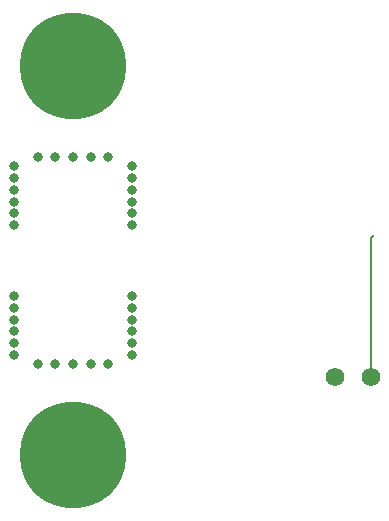
<source format=gbr>
%TF.GenerationSoftware,KiCad,Pcbnew,8.0.8*%
%TF.CreationDate,2025-11-14T22:35:10+01:00*%
%TF.ProjectId,Pomiar pr_du,506f6d69-6172-4207-9072-0564752e6b69,rev?*%
%TF.SameCoordinates,Original*%
%TF.FileFunction,Copper,L2,Bot*%
%TF.FilePolarity,Positive*%
%FSLAX46Y46*%
G04 Gerber Fmt 4.6, Leading zero omitted, Abs format (unit mm)*
G04 Created by KiCad (PCBNEW 8.0.8) date 2025-11-14 22:35:10*
%MOMM*%
%LPD*%
G01*
G04 APERTURE LIST*
%TA.AperFunction,ComponentPad*%
%ADD10C,1.574800*%
%TD*%
%TA.AperFunction,ComponentPad*%
%ADD11C,9.000000*%
%TD*%
%TA.AperFunction,ViaPad*%
%ADD12C,0.800000*%
%TD*%
%TA.AperFunction,ViaPad*%
%ADD13C,0.300000*%
%TD*%
%TA.AperFunction,Conductor*%
%ADD14C,0.200000*%
%TD*%
G04 APERTURE END LIST*
D10*
%TO.P,J1,1,1*%
%TO.N,+5VDC*%
X149198500Y-101860400D03*
%TO.P,J1,2,2*%
%TO.N,GND 5V*%
X146198501Y-101860400D03*
%TD*%
D11*
%TO.P,R1,3*%
%TO.N,N/C*%
X124000000Y-75500000D03*
%TO.P,R1,4*%
X124000000Y-108500000D03*
%TD*%
D12*
%TO.N,*%
X129000000Y-89000000D03*
X119000000Y-88000000D03*
X129000000Y-85000000D03*
X119000000Y-89000000D03*
X129000000Y-88000000D03*
X119000000Y-87000000D03*
X129000000Y-87000000D03*
X119000000Y-84000000D03*
X125500000Y-100750000D03*
X122500000Y-83250000D03*
X119000000Y-86000000D03*
X119000000Y-97000000D03*
X128994549Y-86000000D03*
X129000000Y-95000000D03*
X129000000Y-99000000D03*
X125500000Y-83250000D03*
X129000000Y-98000000D03*
X128994549Y-97000000D03*
X124000000Y-83250000D03*
X129000000Y-100000000D03*
X124000000Y-100750000D03*
X119000000Y-95000000D03*
X122500000Y-100750000D03*
X119000000Y-100000000D03*
X129000000Y-96000000D03*
X127000000Y-83250000D03*
X121000000Y-100750000D03*
X119000000Y-85000000D03*
X119000000Y-96000000D03*
X119000000Y-98000000D03*
X119000000Y-99000000D03*
X127000000Y-100750000D03*
X121000000Y-83250000D03*
X129000000Y-84000000D03*
D13*
%TO.N,+5VDC*%
X149400000Y-89900000D03*
%TD*%
D14*
%TO.N,+5VDC*%
X149198500Y-90101500D02*
X149400000Y-89900000D01*
X149198500Y-101860400D02*
X149198500Y-90101500D01*
%TD*%
M02*

</source>
